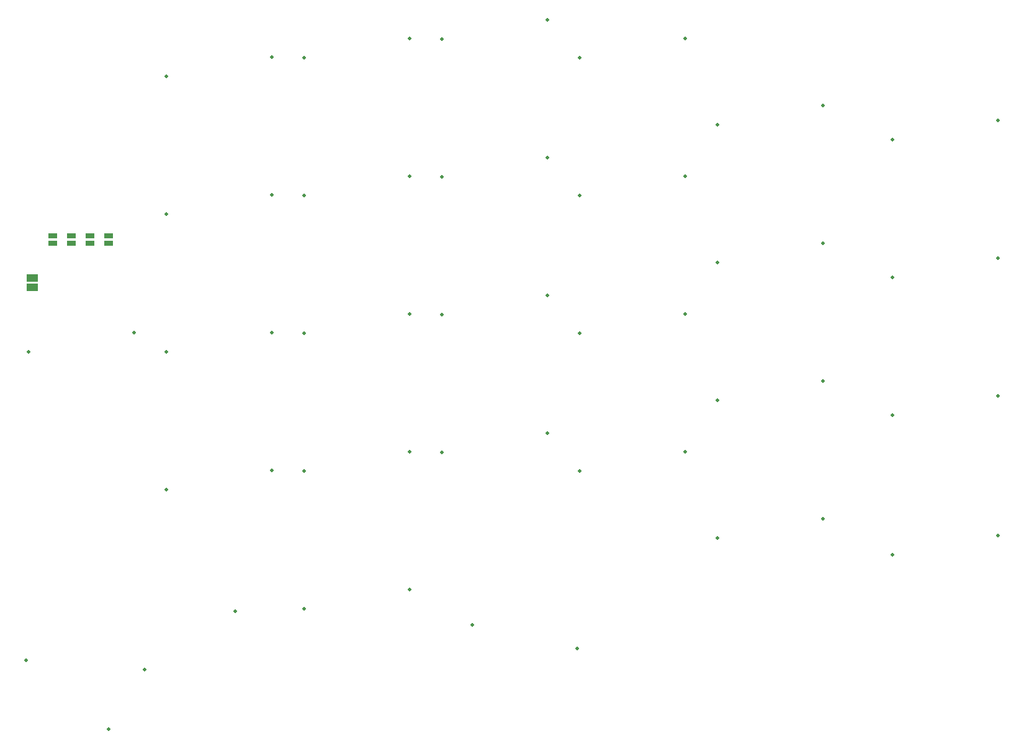
<source format=gbp>
G04*
G04 #@! TF.GenerationSoftware,Altium Limited,Altium Designer,21.0.8 (223)*
G04*
G04 Layer_Color=128*
%FSLAX25Y25*%
%MOIN*%
G70*
G04*
G04 #@! TF.SameCoordinates,55F9FECB-9F86-4C86-85E8-F8C18B1AF351*
G04*
G04*
G04 #@! TF.FilePolarity,Positive*
G04*
G01*
G75*
%ADD13R,0.04500X0.02500*%
%ADD14C,0.01968*%
%ADD44R,0.05906X0.03937*%
D13*
X110000Y351970D02*
D03*
Y348030D02*
D03*
X120000Y351970D02*
D03*
Y348030D02*
D03*
X130000Y351970D02*
D03*
Y348030D02*
D03*
X140000Y351970D02*
D03*
Y348030D02*
D03*
D14*
X560898Y403842D02*
D03*
X617787Y414079D02*
D03*
X301787Y236079D02*
D03*
X244898Y225842D02*
D03*
X170898Y363843D02*
D03*
X227787Y374079D02*
D03*
X318898Y383842D02*
D03*
X375787Y394079D02*
D03*
X244898Y373843D02*
D03*
X301787Y384079D02*
D03*
X170898Y437843D02*
D03*
X227787Y448079D02*
D03*
X244898Y447843D02*
D03*
X301787Y458079D02*
D03*
X318898Y457842D02*
D03*
X375787Y468079D02*
D03*
X392898Y447843D02*
D03*
X449787Y458079D02*
D03*
X140208Y86957D02*
D03*
X95799Y123957D02*
D03*
X96898Y289843D02*
D03*
X153787Y300079D02*
D03*
X170898Y289843D02*
D03*
X227787Y300079D02*
D03*
X244898Y299843D02*
D03*
X301787Y310079D02*
D03*
X159524Y118907D02*
D03*
X207892Y150558D02*
D03*
X244898Y151842D02*
D03*
X301787Y162079D02*
D03*
X170898Y215843D02*
D03*
X227787Y226079D02*
D03*
X318898Y235842D02*
D03*
X375787Y246079D02*
D03*
X466898Y337842D02*
D03*
X523787Y348079D02*
D03*
X392898Y373843D02*
D03*
X449787Y384079D02*
D03*
X392898Y225842D02*
D03*
X449787Y236079D02*
D03*
X466898Y189842D02*
D03*
X523787Y200079D02*
D03*
X335216Y143213D02*
D03*
X391583Y130407D02*
D03*
X318898Y309842D02*
D03*
X375787Y320079D02*
D03*
X392898Y299843D02*
D03*
X449787Y310079D02*
D03*
X466898Y411842D02*
D03*
X523787Y422079D02*
D03*
X617787Y340079D02*
D03*
X560898Y329842D02*
D03*
X466898Y263843D02*
D03*
X523787Y274079D02*
D03*
X617787Y266079D02*
D03*
X560898Y255842D02*
D03*
X617787Y191079D02*
D03*
X560898Y180842D02*
D03*
D44*
X99000Y329559D02*
D03*
Y324441D02*
D03*
M02*

</source>
